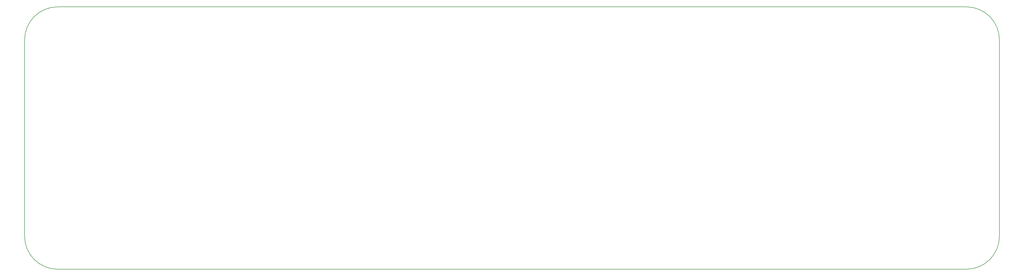
<source format=gm1>
G04 #@! TF.GenerationSoftware,KiCad,Pcbnew,(5.0.2)-1*
G04 #@! TF.CreationDate,2019-11-24T00:24:27-05:00*
G04 #@! TF.ProjectId,reidulator_QFP_V5_FINAL,72656964-756c-4617-946f-725f5146505f,rev?*
G04 #@! TF.SameCoordinates,Original*
G04 #@! TF.FileFunction,Profile,NP*
%FSLAX46Y46*%
G04 Gerber Fmt 4.6, Leading zero omitted, Abs format (unit mm)*
G04 Created by KiCad (PCBNEW (5.0.2)-1) date 11/24/2019 12:24:27 AM*
%MOMM*%
%LPD*%
G01*
G04 APERTURE LIST*
%ADD10C,0.150000*%
G04 APERTURE END LIST*
D10*
X378072500Y-43500000D02*
G75*
G02X389572500Y-55000000I0J-11500000D01*
G01*
X389572500Y-123507500D02*
G75*
G02X378072500Y-135007500I-11500000J0D01*
G01*
X61500000Y-135000000D02*
G75*
G02X50000000Y-123500000I0J11500000D01*
G01*
X50000000Y-55000000D02*
G75*
G02X61500000Y-43500000I11500000J0D01*
G01*
X61500000Y-43500000D02*
X378079000Y-43500000D01*
X389572500Y-123500000D02*
X389572500Y-55000000D01*
X61500000Y-135000000D02*
X378079000Y-135001000D01*
X50000000Y-55000000D02*
X50000000Y-123500000D01*
M02*

</source>
